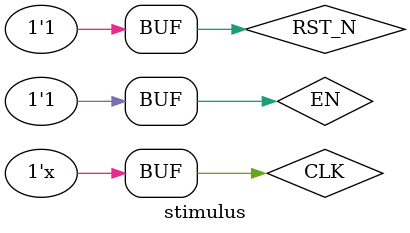
<source format=v>
`timescale 1ps/1ps
module stimulus;
reg CLK, RST_N, EN;
wire  CNT;
count60_sar COUNT60(CLK, RST_N, CNT, EN);
initial begin
    CLK = 0;
end
always
    #1 CLK = ~CLK;

initial begin
    RST_N = 1'b0;
    #1 RST_N = ~RST_N;
    // #1 RST_N = ~RST_N;
end

initial begin
    EN = 0;
    #4 EN = 1'b1;
end
endmodule
</source>
